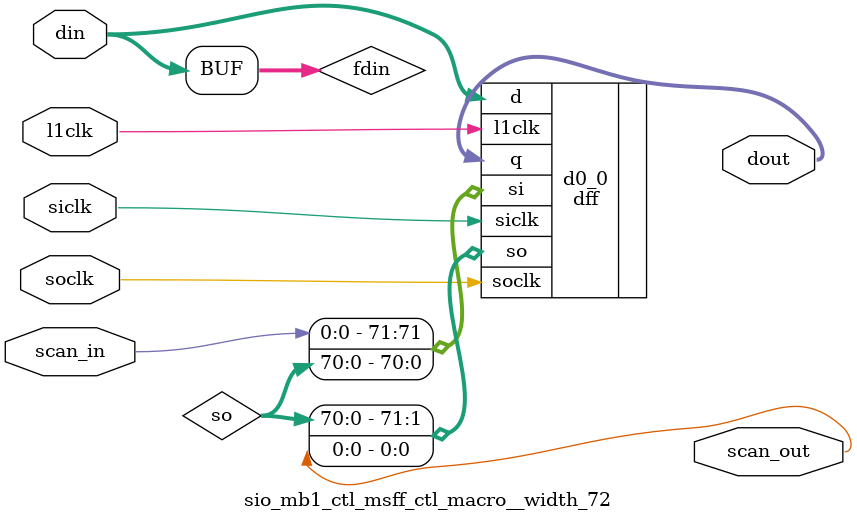
<source format=v>
module sio_mb1_ctl (
  sio_mb1_run, 
  sio_mb1_addr, 
  sio_mb1_wdata, 
  sio_mb1_opddq00_wr_en, 
  sio_mb1_opddq00_rd_en, 
  sio_mb1_opddq01_wr_en, 
  sio_mb1_opddq01_rd_en, 
  sio_mb1_opddq10_wr_en, 
  sio_mb1_opddq10_rd_en, 
  sio_mb1_opddq11_wr_en, 
  sio_mb1_opddq11_rd_en, 
  sio_mb1_opdhq0_wr_en, 
  sio_mb1_opdhq0_rd_en, 
  sio_mb1_opdhq1_wr_en, 
  sio_mb1_opdhq1_rd_en, 
  sio_mb1_opdhq_sel, 
  sio_mb1_opddq0_sel, 
  sio_mb1_opddq1_sel, 
  sio_mb1_done, 
  sio_mb1_fail, 
  scan_out, 
  iol2clk, 
  tcu_scan_en, 
  scan_in, 
  tcu_aclk, 
  tcu_bclk, 
  tcu_pce_ov, 
  tcu_clk_stop, 
  tcu_sio_mb1_start, 
  sio_mb1_bisi_mode, 
  sio_mb1_user_mode, 
  opd0_read_data, 
  opd1_read_data);
wire se;
wire siclk;
wire soclk;
wire pce_ov;
wire stop;
wire l1clk;
wire config_reg_scanin;
wire config_reg_scanout;
wire [7:0] config_in;
wire [7:0] config_out;
wire start_transition;
wire reset_engine;
wire mbist_user_loop_mode;
wire mbist_done;
wire run;
wire bisi;
wire user_mode;
wire user_data_mode;
wire user_addr_mode;
wire user_loop_mode;
wire ten_n_mode;
wire mbist_user_data_mode;
wire mbist_user_addr_mode;
wire mbist_ten_n_mode;
wire user_data_reg_scanin;
wire user_data_reg_scanout;
wire [7:0] user_data_in;
wire [7:0] user_data_out;
wire user_start_addr_reg_scanin;
wire user_start_addr_reg_scanout;
wire [5:0] user_start_addr_in;
wire [5:0] user_start_addr;
wire user_stop_addr_reg_scanin;
wire user_stop_addr_reg_scanout;
wire [5:0] user_stop_addr_in;
wire [5:0] user_stop_addr;
wire user_incr_addr_reg_scanin;
wire user_incr_addr_reg_scanout;
wire [5:0] user_incr_addr_in;
wire [5:0] user_incr_addr;
wire user_array_sel_reg_scanin;
wire user_array_sel_reg_scanout;
wire [2:0] user_array_sel_in;
wire [2:0] user_array_sel;
wire user_bisi_wr_reg_scanin;
wire user_bisi_wr_reg_scanout;
wire user_bisi_wr_mode_in;
wire user_bisi_wr_mode;
wire user_bisi_rd_reg_scanin;
wire user_bisi_rd_reg_scanout;
wire user_bisi_rd_mode_in;
wire user_bisi_rd_mode;
wire mbist_user_bisi_wr_mode;
wire mbist_user_bisi_wr_rd_mode;
wire start_transition_reg_scanin;
wire start_transition_reg_scanout;
wire start_transition_piped;
wire run_reg_scanin;
wire run_reg_scanout;
wire counter_reg_scanin;
wire counter_reg_scanout;
wire [3:0] counter_in;
wire [3:0] counter_out;
wire cycle16;
wire run_piped16;
wire msb;
wire addr_reg_scanin;
wire addr_reg_scanout;
wire [5:0] mbist_address;
wire wdata_reg_scanin;
wire wdata_reg_scanout;
wire [7:0] mbist_wdata;
wire wr_rd_en_reg0_scanin;
wire wr_rd_en_reg0_scanout;
wire mbist_opddq00_wr_en;
wire mbist_opddq00_rd_en;
wire wr_rd_en_reg1_scanin;
wire wr_rd_en_reg1_scanout;
wire mbist_opddq01_wr_en;
wire mbist_opddq01_rd_en;
wire wr_rd_en_reg2_scanin;
wire wr_rd_en_reg2_scanout;
wire mbist_opddq10_wr_en;
wire mbist_opddq10_rd_en;
wire wr_rd_en_reg3_scanin;
wire wr_rd_en_reg3_scanout;
wire mbist_opddq11_wr_en;
wire mbist_opddq11_rd_en;
wire wr_rd_en_reg4_scanin;
wire wr_rd_en_reg4_scanout;
wire mbist_opdhq0_wr_en;
wire mbist_opdhq0_rd_en;
wire wr_rd_en_reg5_scanin;
wire wr_rd_en_reg5_scanout;
wire mbist_opdhq1_wr_en;
wire mbist_opdhq1_rd_en;
wire sel_reg_scanin;
wire sel_reg_scanout;
wire mbist_opdhq_sel;
wire mbist_opddq0_sel;
wire mbist_opddq1_sel;
wire done_reg_scanin;
wire done_reg_scanout;
wire new_fail_reg_scanin;
wire new_fail_reg_scanout;
wire fail;
wire control_reg_scanin;
wire control_reg_scanout;
wire [20:0] control_in;
wire [20:0] control_out;
wire bisi_wr_rd;
wire [2:0] array_sel;
wire [1:0] data_control;
wire address_mix;
wire [3:0] march_element;
wire [5:0] array_address;
wire upaddress_march;
wire [2:0] read_write_control;
wire five_cycle_march;
wire one_cycle_march;
wire increment_addr;
wire [5:0] start_addr;
wire [5:0] next_array_address;
wire next_upaddr_march;
wire next_downaddr_march;
wire [5:0] stop_addr;
wire [6:0] overflow_addr;
wire opdhq_sel;
wire [5:0] incr_addr;
wire overflow;
wire [6:0] compare_addr;
wire [5:0] add;
wire [5:0] adj_address;
wire increment_march_elem;
wire [2:0] next_array_sel;
wire [1:0] next_data_control;
wire next_address_mix;
wire [3:0] next_march_element;
wire array_write;
wire array_read;
wire true_data;
wire [7:0] data_pattern;
wire done_counter_reg_scanin;
wire done_counter_reg_scanout;
wire [2:0] done_counter_in;
wire [2:0] done_counter_out;
wire opddq00_sel;
wire opddq10_sel;
wire opddq01_sel;
wire opddq11_sel;
wire opdhq0_sel;
wire opdhq1_sel;
wire opd1_or_opd0_sel;
wire opddq0_sel;
wire opddq1_sel;
wire data_pipe_reg1_scanin;
wire data_pipe_reg1_scanout;
wire [7:0] data_pipe_reg1_in;
wire [7:0] data_pipe_out1;
wire data_pipe_reg2_scanin;
wire data_pipe_reg2_scanout;
wire [7:0] data_pipe_reg2_in;
wire [7:0] data_pipe_out2;
wire data_pipe_reg3_scanin;
wire data_pipe_reg3_scanout;
wire [7:0] data_pipe_reg3_in;
wire [7:0] data_pipe_out3;
wire [7:0] sio_opd_piped_wdata;
wire ren_pipe_reg1_scanin;
wire ren_pipe_reg1_scanout;
wire ren_pipe_reg1_in;
wire ren_pipe_out1;
wire ren_pipe_reg2_scanin;
wire ren_pipe_reg2_scanout;
wire ren_pipe_reg2_in;
wire ren_pipe_out2;
wire ren_pipe_reg3_scanin;
wire ren_pipe_reg3_scanout;
wire ren_pipe_reg3_in;
wire ren_pipe_out3;
wire ren_pipe_reg4_scanin;
wire ren_pipe_reg4_scanout;
wire ren_pipe_reg4_in;
wire ren_pipe_out4;
wire sio_opd_piped_ren;
wire opd_sel_reg1_scanin;
wire opd_sel_reg1_scanout;
wire opdhq_sel_reg1_in;
wire opddq0_sel_reg1_in;
wire opddq1_sel_reg1_in;
wire opdhq_sel_reg1_out;
wire opddq0_sel_reg1_out;
wire opddq1_sel_reg1_out;
wire opd_sel_reg2_scanin;
wire opd_sel_reg2_scanout;
wire opdhq_sel_reg2_in;
wire opddq0_sel_reg2_in;
wire opddq1_sel_reg2_in;
wire opdhq_sel_reg2_out;
wire opddq0_sel_reg2_out;
wire opddq1_sel_reg2_out;
wire opd_sel_reg4_scanin;
wire opd_sel_reg4_scanout;
wire opdhq_sel_reg4_in;
wire opddq0_sel_reg4_in;
wire opddq1_sel_reg4_in;
wire opdhq_sel_reg4_out;
wire opddq0_sel_reg4_out;
wire opddq1_sel_reg4_out;
wire sio_mb1_opdhq_sel_piped;
wire sio_mb1_opddq0_sel_piped;
wire sio_mb1_opddq1_sel_piped;
wire opd1or0_sel_reg1_scanin;
wire opd1or0_sel_reg1_scanout;
wire opd1or0_sel_reg1_in;
wire opd1or0_sel_out1;
wire opd1or0_sel_reg2_scanin;
wire opd1or0_sel_reg2_scanout;
wire opd1or0_sel_reg2_in;
wire opd1or0_sel_out2;
wire opd1or0_sel_reg3_scanin;
wire opd1or0_sel_reg3_scanout;
wire opd1or0_sel_reg3_in;
wire opd1or0_sel_out3;
wire opd1or0_sel_reg4_scanin;
wire opd1or0_sel_reg4_scanout;
wire opd1or0_sel_reg4_in;
wire opd1or0_sel_out4;
wire sio_mb1_opd1_or_opd0_sel;
wire sio_mb1_opd1_or_opd0_sel_piped;
wire opddq00_sel_piped;
wire opddq01_sel_piped;
wire opddq10_sel_piped;
wire opddq11_sel_piped;
wire opdhq0_sel_piped;
wire opdhq1_sel_piped;
wire spares_scanin;
wire spares_scanout;
wire read_data_pipe_reg_scanin;
wire read_data_pipe_reg_scanout;
wire [71:0] opd1_or_opd0_read_data;
wire [71:0] read_data_pipe;
wire fail_reg_scanin;
wire fail_reg_scanout;
wire [5:0] fail_reg_in;
wire [5:0] fail_reg_out;
wire qual_sio_opdhq1_fail;
wire qual_sio_opddq11_fail;
wire qual_sio_opddq10_fail;
wire qual_sio_opdhq0_fail;
wire qual_sio_opddq01_fail;
wire qual_sio_opddq00_fail;
wire fail_detect;



   output 	      sio_mb1_run;

   output [5:0]	  sio_mb1_addr;
   output [7:0]   sio_mb1_wdata;

   output     	  sio_mb1_opddq00_wr_en;
   output 	      sio_mb1_opddq00_rd_en;
   
   output     	  sio_mb1_opddq01_wr_en;
   output 	      sio_mb1_opddq01_rd_en;
   
   output     	  sio_mb1_opddq10_wr_en;
   output 	      sio_mb1_opddq10_rd_en;
   
   output     	  sio_mb1_opddq11_wr_en;
   output 	      sio_mb1_opddq11_rd_en;
   
   output     	  sio_mb1_opdhq0_wr_en;
   output 	      sio_mb1_opdhq0_rd_en;
   
   output     	  sio_mb1_opdhq1_wr_en;
   output 	      sio_mb1_opdhq1_rd_en;

   output         sio_mb1_opdhq_sel; 
   output         sio_mb1_opddq0_sel; 
   output         sio_mb1_opddq1_sel; 
   
   output         sio_mb1_done;
   output         sio_mb1_fail;
   output     	  scan_out;

   input          iol2clk;
   input 	      tcu_scan_en;
   input     	  scan_in;
   input     	  tcu_aclk;
   input 	      tcu_bclk; 
   input 	      tcu_pce_ov;
   input 	      tcu_clk_stop;

   input          tcu_sio_mb1_start;
   input          sio_mb1_bisi_mode;
   input          sio_mb1_user_mode;


   input [71:0]   opd0_read_data;
   input [71:0]   opd1_read_data;


   
   ///////////////////////////////////////
   // Scan chain connections            
   ///////////////////////////////////////
   // scan renames
   assign 	  se = tcu_scan_en;
   assign 	  siclk = tcu_aclk;
   assign 	  soclk = tcu_bclk;
   assign 	  pce_ov = tcu_pce_ov;
   assign 	  stop = tcu_clk_stop;
   // end scan

   sio_mb1_ctl_l1clkhdr_ctl_macro clkgen (
			      .l2clk  (iol2clk  ),
			      .l1en   (1'b1 ),
			      .l1clk  (l1clk),
  .pce_ov(pce_ov),
  .stop(stop),
  .se(se)
			      );



// /////////////////////////////////////////////////////////////////////////////
//
// MBIST Config Register
//
// /////////////////////////////////////////////////////////////////////////////
//
// A low to high transition on mbist_start will reset and start the engine.  
// mbist_start must remain active high for the duration of MBIST.  
// If mbist_start deasserts the engine will stop but not reset.
// Once MBIST has completed mbist_done will assert and the fail status
// signals will be valid.  
// To run MBIST again the mbist_start signal must transition low then high.
//
// Loop on Address will disable the address mix function.
//
// /////////////////////////////////////////////////////////////////////////////


  sio_mb1_ctl_msff_ctl_macro__width_8 config_reg  (
               .scan_in(config_reg_scanin),
               .scan_out(config_reg_scanout),
               .din      ( config_in[7:0]       ),
               .dout     ( config_out[7:0]      ),
  .l1clk(l1clk),
  .siclk(siclk),
  .soclk(soclk));


  assign config_in[0]        =    tcu_sio_mb1_start;
  assign config_in[1]        =    config_out[0];
  assign start_transition    =    config_out[0]      &  ~config_out[1];
  assign reset_engine        =    start_transition   |  (mbist_user_loop_mode  &  mbist_done);
//  assign run                 =    config_out[1]      &  (mbist_user_loop_mode | ~mbist_done);
  assign run                 =    config_out[0] & config_out[1]; // 9/19/05 run to follow start only!

  assign config_in[2]        =    start_transition   ?   sio_mb1_bisi_mode:      config_out[2];
  assign bisi                =    config_out[2];

  assign config_in[3]        =    start_transition   ?   sio_mb1_user_mode:      config_out[3];
  assign user_mode           =    config_out[3];

  assign config_in[4]        =    config_out[4];
  assign user_data_mode      =    config_out[4];

  assign config_in[5]        =    config_out[5];
  assign user_addr_mode      =    config_out[5];

  assign config_in[6]        =    config_out[6];
  assign user_loop_mode      =    config_out[6];

  assign config_in[7]        =    config_out[7];
  assign ten_n_mode          =    config_out[7];


  assign mbist_user_data_mode =   user_mode & user_data_mode;
  assign mbist_user_addr_mode =   user_mode & user_addr_mode;
  assign mbist_user_loop_mode =   user_mode & user_loop_mode;
  assign mbist_ten_n_mode     =   user_mode & ten_n_mode;


  sio_mb1_ctl_msff_ctl_macro__width_8 user_data_reg  (
                 .scan_in(user_data_reg_scanin),
                 .scan_out(user_data_reg_scanout),
                 .din      ( user_data_in[7:0]       ),
                 .dout     ( user_data_out[7:0]      ),
  .l1clk(l1clk),
  .siclk(siclk),
  .soclk(soclk));


  assign user_data_in[7:0]    =    user_data_out[7:0];


// Defining User start, stop, and increment addresses.

  sio_mb1_ctl_msff_ctl_macro__width_6 user_start_addr_reg  (
                 .scan_in(user_start_addr_reg_scanin),
                 .scan_out(user_start_addr_reg_scanout),
                 .din      ( user_start_addr_in[5:0]  ),
                 .dout     ( user_start_addr[5:0] ),
  .l1clk(l1clk),
  .siclk(siclk),
  .soclk(soclk));

  assign user_start_addr_in[5:0]   =    user_start_addr[5:0];

  sio_mb1_ctl_msff_ctl_macro__width_6 user_stop_addr_reg  (
                 .scan_in(user_stop_addr_reg_scanin),
                 .scan_out(user_stop_addr_reg_scanout),
                 .din      ( user_stop_addr_in[5:0]  ),
                 .dout     ( user_stop_addr[5:0] ),
  .l1clk(l1clk),
  .siclk(siclk),
  .soclk(soclk));

  assign user_stop_addr_in[5:0]   =    user_stop_addr[5:0];


  sio_mb1_ctl_msff_ctl_macro__width_6 user_incr_addr_reg  (
                 .scan_in(user_incr_addr_reg_scanin),
                 .scan_out(user_incr_addr_reg_scanout),
                 .din      ( user_incr_addr_in[5:0]  ),
                 .dout     ( user_incr_addr[5:0] ),
  .l1clk(l1clk),
  .siclk(siclk),
  .soclk(soclk));

  assign user_incr_addr_in[5:0]   =    user_incr_addr[5:0];

// Defining User array_sel.

  sio_mb1_ctl_msff_ctl_macro__width_3 user_array_sel_reg  (
                 .scan_in(user_array_sel_reg_scanin),
                 .scan_out(user_array_sel_reg_scanout),
                 .din      ( user_array_sel_in[2:0]  ),
                 .dout     ( user_array_sel[2:0] ),
  .l1clk(l1clk),
  .siclk(siclk),
  .soclk(soclk));

  assign user_array_sel_in[2:0]   =    user_array_sel[2:0];

// Defining user_bisi write and read registers

  sio_mb1_ctl_msff_ctl_macro__width_1 user_bisi_wr_reg  (
                 .scan_in(user_bisi_wr_reg_scanin),
                 .scan_out(user_bisi_wr_reg_scanout),
                 .din      ( user_bisi_wr_mode_in  ),
                 .dout     ( user_bisi_wr_mode ),
  .l1clk(l1clk),
  .siclk(siclk),
  .soclk(soclk));

  assign user_bisi_wr_mode_in     =    user_bisi_wr_mode;

  sio_mb1_ctl_msff_ctl_macro__width_1 user_bisi_rd_reg  (
                 .scan_in(user_bisi_rd_reg_scanin),
                 .scan_out(user_bisi_rd_reg_scanout),
                 .din      ( user_bisi_rd_mode_in  ),
                 .dout     ( user_bisi_rd_mode ),
  .l1clk(l1clk),
  .siclk(siclk),
  .soclk(soclk));

  assign user_bisi_rd_mode_in     =    user_bisi_rd_mode;

  assign mbist_user_bisi_wr_mode  =    user_mode & bisi & user_bisi_wr_mode & ~user_bisi_rd_mode;
//  assign mbist_user_bisi_rd_mode  =    user_mode & bisi & user_bisi_rd_mode & ~user_bisi_wr_mode;

  assign mbist_user_bisi_wr_rd_mode =   user_mode & bisi & 
                                      ((user_bisi_wr_mode & user_bisi_rd_mode) |
                                       (~user_bisi_wr_mode & ~user_bisi_rd_mode));

////////////////////////////////////////////////////////////////////////////////
// Piping start_transition 
////////////////////////////////////////////////////////////////////////////////

  sio_mb1_ctl_msff_ctl_macro__width_1 start_transition_reg  (
               .scan_in(start_transition_reg_scanin),
               .scan_out(start_transition_reg_scanout),
               .din      ( start_transition ),
               .dout     ( start_transition_piped ),
  .l1clk(l1clk),
  .siclk(siclk),
  .soclk(soclk));


////////////////////////////////////////////////////////////////////////////////
// Staging run for 16 cycles for mbist engines supporting async FIFO's
////////////////////////////////////////////////////////////////////////////////
  
  sio_mb1_ctl_msff_ctl_macro__width_1 run_reg  (
               .scan_in(run_reg_scanin),
               .scan_out(run_reg_scanout),
               .din      ( run ),
               .dout     ( sio_mb1_run ),
  .l1clk(l1clk),
  .siclk(siclk),
  .soclk(soclk));

  sio_mb1_ctl_msff_ctl_macro__width_4 counter_reg  (
               .scan_in(counter_reg_scanin),
               .scan_out(counter_reg_scanout),
               .din      ( counter_in[3:0]       ),
               .dout     ( counter_out[3:0]      ),
  .l1clk(l1clk),
  .siclk(siclk),
  .soclk(soclk));

  assign cycle16 = (&counter_out[3:0] == 1'b1);
  assign counter_in[3:0] = reset_engine         ?   4'b0:    
                            run & ~cycle16      ?   counter_out[3:0] + 4'b0001:
                                                    counter_out[3:0];

//  assign run_piped16 = cycle16 & run; // As soon as run goes low, mbist operation is done!                                                
  assign run_piped16 = config_out[0] & cycle16 & ~msb; // As soon as run goes low, mbist operation is done!                                                

////////////////////////////////////////////////////////////////////////////////
// Creating flop boundaries for the outputs of the mbist
////////////////////////////////////////////////////////////////////////////////

  sio_mb1_ctl_msff_ctl_macro__width_6 addr_reg  (
               .scan_in(addr_reg_scanin),
               .scan_out(addr_reg_scanout),
               .din      ( mbist_address[5:0]       ),
               .dout     ( sio_mb1_addr[5:0]      ),
  .l1clk(l1clk),
  .siclk(siclk),
  .soclk(soclk));

  sio_mb1_ctl_msff_ctl_macro__width_8 wdata_reg  (
               .scan_in(wdata_reg_scanin),
               .scan_out(wdata_reg_scanout),
               .din      ( mbist_wdata[7:0]       ),
               .dout     ( sio_mb1_wdata[7:0]      ),
  .l1clk(l1clk),
  .siclk(siclk),
  .soclk(soclk));

  sio_mb1_ctl_msff_ctl_macro__width_2 wr_rd_en_reg0  (
               .scan_in(wr_rd_en_reg0_scanin),
               .scan_out(wr_rd_en_reg0_scanout),
               .din      ( {mbist_opddq00_wr_en, mbist_opddq00_rd_en  }       ),
               .dout     ( {sio_mb1_opddq00_wr_en, sio_mb1_opddq00_rd_en  }     ),
  .l1clk(l1clk),
  .siclk(siclk),
  .soclk(soclk));

  sio_mb1_ctl_msff_ctl_macro__width_2 wr_rd_en_reg1  (
               .scan_in(wr_rd_en_reg1_scanin),
               .scan_out(wr_rd_en_reg1_scanout),
               .din      ( {mbist_opddq01_wr_en, mbist_opddq01_rd_en }       ),
               .dout     ( {sio_mb1_opddq01_wr_en, sio_mb1_opddq01_rd_en }     ),
  .l1clk(l1clk),
  .siclk(siclk),
  .soclk(soclk));

  sio_mb1_ctl_msff_ctl_macro__width_2 wr_rd_en_reg2  (
               .scan_in(wr_rd_en_reg2_scanin),
               .scan_out(wr_rd_en_reg2_scanout),
               .din      ( {mbist_opddq10_wr_en, mbist_opddq10_rd_en }       ),
               .dout     ( { sio_mb1_opddq10_wr_en, sio_mb1_opddq10_rd_en }     ),
  .l1clk(l1clk),
  .siclk(siclk),
  .soclk(soclk));

  sio_mb1_ctl_msff_ctl_macro__width_2 wr_rd_en_reg3  (
               .scan_in(wr_rd_en_reg3_scanin),
               .scan_out(wr_rd_en_reg3_scanout),
               .din      ( {mbist_opddq11_wr_en, mbist_opddq11_rd_en }       ),
               .dout     ( { sio_mb1_opddq11_wr_en, sio_mb1_opddq11_rd_en }     ),
  .l1clk(l1clk),
  .siclk(siclk),
  .soclk(soclk));

  sio_mb1_ctl_msff_ctl_macro__width_2 wr_rd_en_reg4  (
               .scan_in(wr_rd_en_reg4_scanin),
               .scan_out(wr_rd_en_reg4_scanout),
               .din      ( {mbist_opdhq0_wr_en, mbist_opdhq0_rd_en}       ),
               .dout     ( {sio_mb1_opdhq0_wr_en, sio_mb1_opdhq0_rd_en}     ),
  .l1clk(l1clk),
  .siclk(siclk),
  .soclk(soclk));

  sio_mb1_ctl_msff_ctl_macro__width_2 wr_rd_en_reg5  (
               .scan_in(wr_rd_en_reg5_scanin),
               .scan_out(wr_rd_en_reg5_scanout),
               .din      ( {mbist_opdhq1_wr_en, mbist_opdhq1_rd_en }       ),
               .dout     ( {sio_mb1_opdhq1_wr_en, sio_mb1_opdhq1_rd_en }     ),
  .l1clk(l1clk),
  .siclk(siclk),
  .soclk(soclk));


  sio_mb1_ctl_msff_ctl_macro__width_3 sel_reg  (
               .scan_in(sel_reg_scanin),
               .scan_out(sel_reg_scanout),
               .din      ( { mbist_opdhq_sel, mbist_opddq0_sel, mbist_opddq1_sel }    ),
               .dout     ( { sio_mb1_opdhq_sel, sio_mb1_opddq0_sel, sio_mb1_opddq1_sel }    ),
  .l1clk(l1clk),
  .siclk(siclk),
  .soclk(soclk));

  sio_mb1_ctl_msff_ctl_macro__width_1 done_reg  (
               .scan_in(done_reg_scanin),
               .scan_out(done_reg_scanout),
               .din      ( mbist_done    ),
               .dout     (  sio_mb1_done    ),
  .l1clk(l1clk),
  .siclk(siclk),
  .soclk(soclk));

  sio_mb1_ctl_msff_ctl_macro__width_1 new_fail_reg  (
               .scan_in(new_fail_reg_scanin),
               .scan_out(new_fail_reg_scanout),
               .din      ( fail    ),
               .dout     (  sio_mb1_fail    ),
  .l1clk(l1clk),
  .siclk(siclk),
  .soclk(soclk));



// /////////////////////////////////////////////////////////////////////////////
//
// MBIST Control Register
//
// /////////////////////////////////////////////////////////////////////////////
// Remove Address mix disable before delivery
// /////////////////////////////////////////////////////////////////////////////

   sio_mb1_ctl_msff_ctl_macro__width_21 control_reg  (
                      .scan_in(control_reg_scanin),
                      .scan_out(control_reg_scanout),
                      .din   ( control_in[20:0]           ),
                      .dout  ( control_out[20:0]          ),
  .l1clk(l1clk),
  .siclk(siclk),
  .soclk(soclk));

  assign   msb                       =     control_out[20];
  assign   bisi_wr_rd     = (bisi & ~user_mode) | mbist_user_bisi_wr_rd_mode ? control_out[19] : 1'b1;
  assign   array_sel[2:0]            =     user_mode           ?  user_array_sel[2:0] : control_out[18:16];
  assign   data_control[1:0]         =     control_out[15:14];
  assign   address_mix               = (bisi | mbist_user_addr_mode) ?  1'b0:   control_out[13];
  assign   march_element[3:0]        =     control_out[12:9];
//  assign   array_address[5:0]        =     opdhq_sel           ?  {2'b11, control_out[6:3]} : control_out[8:3];
  assign   array_address[5:0]        =     upaddress_march     ?   control_out[8:3] : ~control_out[8:3];

  assign   read_write_control[2:0]   =     ~five_cycle_march   ?   {2'b11,  control_out[0]} :
                                                                   control_out[2:0];


  assign   control_in[2:0]           =     reset_engine        ?   3'b0:
                                          ~run_piped16         ?   control_out[2:0]:
     (five_cycle_march && (read_write_control[2:0] == 3'b100)) ?   3'b000:
      (one_cycle_march && (read_write_control[2:0] == 3'b110)) ?   3'b000:
                                                                   control_out[2:0]   +  3'b001;

  assign   increment_addr            =     (five_cycle_march && (read_write_control[2:0] == 3'b100)) || 
                                            (one_cycle_march && (read_write_control[2:0] == 3'b110)) ||
                                            (read_write_control[2:0] == 3'b111);

// start_transition_piped was added to have the correct start_addr at the start
// of mbist during user_addr_mode
  assign   control_in[8:3]  = start_transition_piped || reset_engine  ?  start_addr[5:0]:
                                    ~run_piped16 || ~increment_addr   ?  control_out[8:3]:
                                                                       next_array_address[5:0];

  assign   next_array_address[5:0]   =    next_upaddr_march      ?  start_addr[5:0]:
                                          next_downaddr_march    ?  ~stop_addr[5:0]:
                                                                    (overflow_addr[5:0]);     // array_addr + incr_addr
                                                                    
  assign   start_addr[5:0]           =    mbist_user_addr_mode   ?   user_start_addr[5:0]: 6'b000000;
  assign   stop_addr[5:0]            =    mbist_user_addr_mode   ?   user_stop_addr[5:0] : 
                                          opdhq_sel              ?   6'b001111           : 6'b111111;
  assign   incr_addr[5:0]            =    mbist_user_addr_mode   ?   user_incr_addr[5:0] : 6'b000001;

  assign   overflow_addr[6:0]        =    {1'b0,control_out[8:3]} + {1'b0,incr_addr[5:0]};
  assign   overflow                  =    compare_addr[6:0] < overflow_addr[6:0];

  assign   compare_addr[6:0]         =    upaddress_march       ?  {1'b0, stop_addr[5:0]} :
                                                                   {1'b0, ~start_addr[5:0]}; 


  assign   next_upaddr_march         =   ( (march_element[3:0] == 4'h0) || (march_element[3:0] == 4'h1) || 
                                           (march_element[3:0] == 4'h6) || (march_element[3:0] == 4'h5) || 
                                           (march_element[3:0] == 4'h8) ) && overflow; 
   
  assign   next_downaddr_march       =   ( (march_element[3:0] == 4'h2) || (march_element[3:0] == 4'h7) ||
                                           (march_element[3:0] == 4'h3) || (march_element[3:0] == 4'h4) ) && 
                                            overflow; 
   


   
  assign   add[5:0]                  =     five_cycle_march && ( (read_write_control[2:0] == 3'h1) || 
                                                                 (read_write_control[2:0] == 3'h3)) ?   
                                                                 adj_address[5:0]:    array_address[5:0];

  assign   adj_address[5:0]          =     { array_address[5:2], ~array_address[1], array_address[0] };  

// opd_data is 2 blks of 32 row each and opd_hdr is a blk of 16 rows.
  assign   mbist_address[5:0]        =     address_mix & opdhq_sel ?  {add[5],add[4],add[0],add[3],add[2],add[1]}:
                                           address_mix             ?  {add[0],add[5],add[4],add[3],add[2],add[1]}:
                                                                       add[5:0];

// Definition of the rest of the control register  

 assign   increment_march_elem      =     increment_addr && overflow;

 assign   control_in[20:9]          =     reset_engine        ?   12'b0:
                                         ~run_piped16         ?   control_out[20:9]:
                                           {msb, bisi_wr_rd, next_array_sel[2:0], next_data_control[1:0], next_address_mix, next_march_element[3:0]} + 
                                           {11'b0, increment_march_elem};                        


  assign   next_array_sel[2:0]       =     user_mode           ?   3'b111: 
           bisi & 
     (array_sel[2:0] == 3'b101) & (array_address == stop_addr) ?   3'b111:
   (array_sel[2:0] == 3'b101) & (data_control[1:0] == 2'b11) & 
   (next_address_mix == 1'b1) & (march_element[3:0] == 4'b1000) &
   (array_address == 6'b0) & (read_write_control[2:0] == 3'h4) ?   3'b111:  control_out[18:16]; 
  
  assign   next_data_control[1:0]    =     (bisi || (mbist_user_data_mode && (data_control[1:0] == 2'b00)))  ?   2'b11:
                                                                                                                 data_control[1:0];

  assign   next_address_mix          =     bisi | mbist_user_addr_mode ?  1'b1 : address_mix;

// Incorporated ten_n_mode!  
  assign   next_march_element[3:0]   =     ( bisi || 
                                             (mbist_ten_n_mode && (march_element[3:0] == 4'b0101)) || 
                                          ((march_element[3:0] == 4'b1000) && (read_write_control[2:0] == 3'b100)) ) 
                                            && overflow ?   4'b1111:  march_element[3:0];


  assign   array_write               =     ~run_piped16          ?    1'b0:
                                           five_cycle_march    ?  (read_write_control[2:0] == 3'h0) || 
                                                                  (read_write_control[2:0] == 3'h1) ||
                                                                  (read_write_control[2:0] == 3'h4): 
                        (~five_cycle_march & ~one_cycle_march) ?  read_write_control[0]:
     ( ((march_element[3:0] == 4'h0) & (~bisi || ~bisi_wr_rd || mbist_user_bisi_wr_mode)) || (march_element[3:0] == 4'h7));

  assign   array_read                =    ~array_write        &&  run_piped16;     //  &&  ~initialize;
//  assign   mbist_done                =     msb;

  assign   mbist_wdata[7:0]          =     true_data           ?   data_pattern[7:0]:      ~data_pattern[7:0];


  assign   five_cycle_march          =    (march_element[3:0] == 4'h6)    ||  (march_element[3:0] == 4'h8);
  assign   one_cycle_march           =    (march_element[3:0] == 4'h0)    ||  (march_element[3:0] == 4'h5) || 
                                          (march_element[3:0] == 4'h7);

  assign   upaddress_march           =    (march_element[3:0] == 4'h0)    ||  (march_element[3:0] == 4'h1) ||
                                          (march_element[3:0] == 4'h2)    ||  (march_element[3:0] == 4'h6) ||
                                          (march_element[3:0] == 4'h7);

//  assign   true_data                 =     read_write_control[1] ^ ~march_element[0];

  assign   true_data                 =     (five_cycle_march && (march_element[3:0] == 4'h6)) ? 
                                           ((read_write_control[2:0] == 3'h0) || (read_write_control[2:0] == 3'h2)):
                                           (five_cycle_march && (march_element[3:0] == 4'h8)) ? 
                                           ((read_write_control[2:0] == 3'h1) || 
                                            (read_write_control[2:0] == 3'h3) || (read_write_control[2:0] == 3'h4)):
                                            one_cycle_march   ?   (march_element[3:0] == 4'h7):
                                            ~(read_write_control[0] ^ march_element[0]);                                
                                                    
  
  assign   data_pattern[7:0]         =    (bisi & mbist_user_data_mode) ?   ~user_data_out[7:0]:
                                           mbist_user_data_mode         ?    user_data_out[7:0]:
                                           bisi                         ?    8'hFF:  // true_data function will invert to 8'h00
                                          (data_control[1:0] == 2'h0)   ?    8'hAA:
                                          (data_control[1:0] == 2'h1)   ?    8'h99:
                                          (data_control[1:0] == 2'h2)   ?    8'hCC:
                                                                             8'h00;

 
/////////////////////////////////////////////////////////////////////////
// Creating the mbist_done signal
/////////////////////////////////////////////////////////////////////////
// Delaying mbist_done 8 clock signals after msb going high, to provide
// a generic solution for done going high after the last fail has come back!

  sio_mb1_ctl_msff_ctl_macro__width_3 done_counter_reg  (
               .scan_in(done_counter_reg_scanin),
               .scan_out(done_counter_reg_scanout),
               .din      ( done_counter_in[2:0]       ),
               .dout     ( done_counter_out[2:0]      ),
  .l1clk(l1clk),
  .siclk(siclk),
  .soclk(soclk));

// config_out[1] is AND'ed to force mbist_done low 2 cycles after mbist_start
// goes low.  

  assign mbist_done = (&done_counter_out[2:0] == 1'b1) & config_out[1];
  assign done_counter_in[2:0] = reset_engine       ?   3'b000:    
                 msb & ~mbist_done & config_out[1] ?   done_counter_out[2:0] + 3'b001:
                                                       done_counter_out[2:0];

  
/////////////////////////////////////////////////////////////////////////
// Creating the select lines.
/////////////////////////////////////////////////////////////////////////
// array_sel[0] is to select between opd0 or opd1 (0: opd0; 1:opd1)

  assign   opddq00_sel               =    ~array_sel[2] & ~array_sel[1] & ~array_sel[0];
  assign   opddq10_sel               =    ~array_sel[2] & ~array_sel[1] &  array_sel[0];

  assign   opddq01_sel               =    ~array_sel[2] &  array_sel[1] & ~array_sel[0];
  assign   opddq11_sel               =    ~array_sel[2] &  array_sel[1] &  array_sel[0];

  assign   opdhq0_sel                =     array_sel[2] & ~array_sel[1] & ~array_sel[0];
  assign   opdhq1_sel                =     array_sel[2] & ~array_sel[1] &  array_sel[0];

  assign   opd1_or_opd0_sel          =     array_sel[0]; // 0: opd0; 1:opd1

  assign   opdhq_sel                 =     array_sel[2] & ~array_sel[1];
  assign   opddq0_sel                =    ~array_sel[2] & ~array_sel[1];
  assign   opddq1_sel                =    ~array_sel[2] &  array_sel[1];

// rd_en and wr_en

  assign   mbist_opddq00_rd_en       =     opddq00_sel && array_read;
  assign   mbist_opddq00_wr_en       =     opddq00_sel &&  array_write;

  assign   mbist_opddq01_rd_en       =     opddq01_sel && array_read;
  assign   mbist_opddq01_wr_en       =     opddq01_sel &&  array_write;

  assign   mbist_opddq10_rd_en       =     opddq10_sel && array_read;
  assign   mbist_opddq10_wr_en       =     opddq10_sel &&  array_write;

  assign   mbist_opddq11_rd_en       =     opddq11_sel && array_read;
  assign   mbist_opddq11_wr_en       =     opddq11_sel &&  array_write;

  assign   mbist_opdhq0_rd_en        =     opdhq0_sel && array_read;
  assign   mbist_opdhq0_wr_en        =     opdhq0_sel &&  array_write;

  assign   mbist_opdhq1_rd_en        =     opdhq1_sel && array_read;
  assign   mbist_opdhq1_wr_en        =     opdhq1_sel &&  array_write;


// /////////////////////////////////////////////////////////////////////////////
// Pipeline for Address, wdata, and Read_en
// /////////////////////////////////////////////////////////////////////////////

// Adding proper pipe stages for wdata  
  sio_mb1_ctl_msff_ctl_macro__width_8  data_pipe_reg1 (
               .scan_in(data_pipe_reg1_scanin),
               .scan_out(data_pipe_reg1_scanout),
               .din        ( data_pipe_reg1_in[7:0]  ),
               .dout       ( data_pipe_out1[7:0]     ),
  .l1clk(l1clk),
  .siclk(siclk),
  .soclk(soclk));

  sio_mb1_ctl_msff_ctl_macro__width_8  data_pipe_reg2 (
               .scan_in(data_pipe_reg2_scanin),
               .scan_out(data_pipe_reg2_scanout),
               .din        ( data_pipe_reg2_in[7:0]  ),
               .dout       ( data_pipe_out2[7:0]     ),
  .l1clk(l1clk),
  .siclk(siclk),
  .soclk(soclk));

  sio_mb1_ctl_msff_ctl_macro__width_8  data_pipe_reg3 (
               .scan_in(data_pipe_reg3_scanin),
               .scan_out(data_pipe_reg3_scanout),
               .din        ( data_pipe_reg3_in[7:0]  ),
               .dout       ( data_pipe_out3[7:0]     ),
  .l1clk(l1clk),
  .siclk(siclk),
  .soclk(soclk));

  assign data_pipe_reg1_in[7:0]   =  reset_engine    ?    8'h00:      sio_mb1_wdata[7:0];
  assign data_pipe_reg2_in[7:0]   =  reset_engine    ?    8'h00:      data_pipe_out1[7:0];
  assign data_pipe_reg3_in[7:0]   =  reset_engine    ?    8'h00:      data_pipe_out2[7:0];

  assign sio_opd_piped_wdata[7:0]  =  data_pipe_out3[7:0];

// Adding proper pipe stages for read_en
  sio_mb1_ctl_msff_ctl_macro__width_1  ren_pipe_reg1 (
               .scan_in(ren_pipe_reg1_scanin),
               .scan_out(ren_pipe_reg1_scanout),
               .din        ( ren_pipe_reg1_in  ),
               .dout       ( ren_pipe_out1     ),
  .l1clk(l1clk),
  .siclk(siclk),
  .soclk(soclk));

  sio_mb1_ctl_msff_ctl_macro__width_1  ren_pipe_reg2 (
               .scan_in(ren_pipe_reg2_scanin),
               .scan_out(ren_pipe_reg2_scanout),
               .din        ( ren_pipe_reg2_in  ),
               .dout       ( ren_pipe_out2     ),
  .l1clk(l1clk),
  .siclk(siclk),
  .soclk(soclk));

  sio_mb1_ctl_msff_ctl_macro__width_1  ren_pipe_reg3 (
               .scan_in(ren_pipe_reg3_scanin),
               .scan_out(ren_pipe_reg3_scanout),
               .din        ( ren_pipe_reg3_in  ),
               .dout       ( ren_pipe_out3     ),
  .l1clk(l1clk),
  .siclk(siclk),
  .soclk(soclk));

  sio_mb1_ctl_msff_ctl_macro__width_1  ren_pipe_reg4 (
               .scan_in(ren_pipe_reg4_scanin),
               .scan_out(ren_pipe_reg4_scanout),
               .din        ( ren_pipe_reg4_in  ),
               .dout       ( ren_pipe_out4     ),
  .l1clk(l1clk),
  .siclk(siclk),
  .soclk(soclk));

  assign ren_pipe_reg1_in   =  reset_engine    ?    1'b0:      array_read;
  assign ren_pipe_reg2_in   =  reset_engine    ?    1'b0:      ren_pipe_out1;
  assign ren_pipe_reg3_in   =  reset_engine    ?    1'b0:      ren_pipe_out2;
  assign ren_pipe_reg4_in   =  reset_engine    ?    1'b0:      ren_pipe_out3;
  assign sio_opd_piped_ren  =  ren_pipe_out4;


//Defining array_sel

  sio_mb1_ctl_msff_ctl_macro__width_3 opd_sel_reg1  (
               .scan_in(opd_sel_reg1_scanin),
               .scan_out(opd_sel_reg1_scanout),
               .din      ( { opdhq_sel_reg1_in, opddq0_sel_reg1_in, opddq1_sel_reg1_in }    ),
               .dout     ( { opdhq_sel_reg1_out, opddq0_sel_reg1_out, opddq1_sel_reg1_out }    ),
  .l1clk(l1clk),
  .siclk(siclk),
  .soclk(soclk));

  sio_mb1_ctl_msff_ctl_macro__width_3 opd_sel_reg2  (
               .scan_in(opd_sel_reg2_scanin),
               .scan_out(opd_sel_reg2_scanout),
               .din      ( { opdhq_sel_reg2_in, opddq0_sel_reg2_in, opddq1_sel_reg2_in }    ),
               .dout     ( { opdhq_sel_reg2_out, opddq0_sel_reg2_out, opddq1_sel_reg2_out }    ),
  .l1clk(l1clk),
  .siclk(siclk),
  .soclk(soclk));

  assign opdhq_sel_reg1_in  =  reset_engine    ?    1'b0:      opdhq_sel;
  assign opdhq_sel_reg2_in  =  reset_engine    ?    1'b0:      opdhq_sel_reg1_out;
  assign mbist_opdhq_sel    =  opdhq_sel_reg2_out;

  assign opddq0_sel_reg1_in  =  reset_engine    ?    1'b0:      opddq0_sel;
  assign opddq0_sel_reg2_in  =  reset_engine    ?    1'b0:      opddq0_sel_reg1_out;
  assign mbist_opddq0_sel    =  opddq0_sel_reg2_out;

  assign opddq1_sel_reg1_in  =  reset_engine    ?    1'b0:      opddq1_sel;
  assign opddq1_sel_reg2_in  =  reset_engine    ?    1'b0:      opddq1_sel_reg1_out;
  assign mbist_opddq1_sel    =  opddq1_sel_reg2_out;

  sio_mb1_ctl_msff_ctl_macro__width_3 opd_sel_reg4  (
               .scan_in(opd_sel_reg4_scanin),
               .scan_out(opd_sel_reg4_scanout),
               .din      ( { opdhq_sel_reg4_in, opddq0_sel_reg4_in, opddq1_sel_reg4_in }    ),
               .dout     ( { opdhq_sel_reg4_out, opddq0_sel_reg4_out, opddq1_sel_reg4_out }    ),
  .l1clk(l1clk),
  .siclk(siclk),
  .soclk(soclk));

  assign opdhq_sel_reg4_in   =  reset_engine    ?    1'b0:      sio_mb1_opdhq_sel;
  assign opddq0_sel_reg4_in  =  reset_engine    ?    1'b0:      sio_mb1_opddq0_sel;
  assign opddq1_sel_reg4_in  =  reset_engine    ?    1'b0:      sio_mb1_opddq1_sel;

  assign sio_mb1_opdhq_sel_piped    =  opdhq_sel_reg4_out;
  assign sio_mb1_opddq0_sel_piped   =  opddq0_sel_reg4_out;
  assign sio_mb1_opddq1_sel_piped   =  opddq1_sel_reg4_out;

//opd1_or_opd0_sel
  sio_mb1_ctl_msff_ctl_macro__width_1  opd1or0_sel_reg1 (
               .scan_in(opd1or0_sel_reg1_scanin),
               .scan_out(opd1or0_sel_reg1_scanout),
               .din        ( opd1or0_sel_reg1_in  ),
               .dout       ( opd1or0_sel_out1     ),
  .l1clk(l1clk),
  .siclk(siclk),
  .soclk(soclk));

  sio_mb1_ctl_msff_ctl_macro__width_1  opd1or0_sel_reg2 (
               .scan_in(opd1or0_sel_reg2_scanin),
               .scan_out(opd1or0_sel_reg2_scanout),
               .din        ( opd1or0_sel_reg2_in  ),
               .dout       ( opd1or0_sel_out2     ),
  .l1clk(l1clk),
  .siclk(siclk),
  .soclk(soclk));

  sio_mb1_ctl_msff_ctl_macro__width_1  opd1or0_sel_reg3 (
               .scan_in(opd1or0_sel_reg3_scanin),
               .scan_out(opd1or0_sel_reg3_scanout),
               .din        ( opd1or0_sel_reg3_in  ),
               .dout       ( opd1or0_sel_out3     ),
  .l1clk(l1clk),
  .siclk(siclk),
  .soclk(soclk));

  sio_mb1_ctl_msff_ctl_macro__width_1  opd1or0_sel_reg4 (
               .scan_in(opd1or0_sel_reg4_scanin),
               .scan_out(opd1or0_sel_reg4_scanout),
               .din        ( opd1or0_sel_reg4_in  ),
               .dout       ( opd1or0_sel_out4     ),
  .l1clk(l1clk),
  .siclk(siclk),
  .soclk(soclk));

  assign opd1or0_sel_reg1_in   =  reset_engine    ?    1'b0:      opd1_or_opd0_sel;
  assign opd1or0_sel_reg2_in   =  reset_engine    ?    1'b0:      opd1or0_sel_out1;
  assign opd1or0_sel_reg3_in   =  reset_engine    ?    1'b0:      opd1or0_sel_out2;
  assign opd1or0_sel_reg4_in   =  reset_engine    ?    1'b0:      opd1or0_sel_out3;

  assign sio_mb1_opd1_or_opd0_sel  =  opd1or0_sel_out3;
  assign sio_mb1_opd1_or_opd0_sel_piped  =  opd1or0_sel_out4;


  assign   opddq00_sel_piped   =    ~sio_mb1_opd1_or_opd0_sel_piped & sio_mb1_opddq0_sel_piped; 
  assign   opddq01_sel_piped   =    ~sio_mb1_opd1_or_opd0_sel_piped & sio_mb1_opddq1_sel_piped;

  assign   opddq10_sel_piped   =     sio_mb1_opd1_or_opd0_sel_piped & sio_mb1_opddq0_sel_piped; 
  assign   opddq11_sel_piped   =     sio_mb1_opd1_or_opd0_sel_piped & sio_mb1_opddq1_sel_piped;

  assign   opdhq0_sel_piped    =    ~sio_mb1_opd1_or_opd0_sel_piped & sio_mb1_opdhq_sel_piped;
  assign   opdhq1_sel_piped    =     sio_mb1_opd1_or_opd0_sel_piped & sio_mb1_opdhq_sel_piped;


// /////////////////////////////////////////////////////////////////////////////
// Spare gates
// /////////////////////////////////////////////////////////////////////////////

  sio_mb1_ctl_spare_ctl_macro__num_3 spares  (
                   .scan_in(spares_scanin),
                   .scan_out(spares_scanout),
                   .l1clk (l1clk),
  .siclk(siclk),
  .soclk(soclk)
  );

// /////////////////////////////////////////////////////////////////////////////
// Shared Fail Detection
// /////////////////////////////////////////////////////////////////////////////
// Updated to meet these new features:
// 1.When mbist_done signal is asserted when it completes all the
//   tests, it also need to assert static membist fail signal if
//   there were any failures during the tests.
// 2.The mbist_fail signal won't be sticky bit from membist   
//   engine.  The TCU will make it sticky fail bit as needed.


// Pipelining the read_data to meet the sio timing requirement

  sio_mb1_ctl_msff_ctl_macro__width_72 read_data_pipe_reg  (
                   .scan_in(read_data_pipe_reg_scanin),
                   .scan_out(read_data_pipe_reg_scanout),
                   .din      ( opd1_or_opd0_read_data[71:0] ),
                   .dout     ( read_data_pipe[71:0]  ),
  .l1clk(l1clk),
  .siclk(siclk),
  .soclk(soclk));

  assign   opd1_or_opd0_read_data[71:0]  =  sio_mb1_opd1_or_opd0_sel ? opd1_read_data[71:0]:
                                                                       opd0_read_data[71:0];

  sio_mb1_ctl_msff_ctl_macro__width_6 fail_reg  (
                   .scan_in(fail_reg_scanin),
                   .scan_out(fail_reg_scanout),
                   .din      ( fail_reg_in[5:0]   ),
                   .dout     ( fail_reg_out[5:0]  ),
  .l1clk(l1clk),
  .siclk(siclk),
  .soclk(soclk));


  assign    fail_reg_in[5:0]      =    reset_engine      ?    6'b0: {qual_sio_opdhq1_fail, qual_sio_opddq11_fail, qual_sio_opddq10_fail,qual_sio_opdhq0_fail, qual_sio_opddq01_fail, qual_sio_opddq00_fail}  |  fail_reg_out[5:0];


  assign    qual_sio_opddq00_fail      =   fail_detect && opddq00_sel_piped;
  assign    qual_sio_opddq01_fail      =   fail_detect && opddq01_sel_piped;
  assign    qual_sio_opdhq0_fail       =   fail_detect && opdhq0_sel_piped;
  assign    qual_sio_opddq10_fail      =   fail_detect && opddq10_sel_piped;
  assign    qual_sio_opddq11_fail      =   fail_detect && opddq11_sel_piped;
  assign    qual_sio_opdhq1_fail       =   fail_detect && opdhq1_sel_piped;

  assign    fail                       =   mbist_done ?   |fail_reg_out[5:0] :
                                           qual_sio_opddq00_fail | qual_sio_opddq01_fail |
                                           qual_sio_opdhq0_fail  | qual_sio_opdhq1_fail |
                                           qual_sio_opddq10_fail | qual_sio_opddq11_fail;


  assign    fail_detect                =  (opdhq0_sel_piped || opdhq1_sel_piped)  ? 
                     (({ 40'b0, {4{sio_opd_piped_wdata[7:0]}} } !=  read_data_pipe[71:0])   &&   sio_opd_piped_ren):
                         (({9{sio_opd_piped_wdata[7:0]}} !=  read_data_pipe[71:0])   &&   sio_opd_piped_ren);


// fixscan start:
assign config_reg_scanin         = scan_in                  ;
assign user_data_reg_scanin      = config_reg_scanout       ;
assign user_start_addr_reg_scanin = user_data_reg_scanout    ;
assign user_stop_addr_reg_scanin = user_start_addr_reg_scanout;
assign user_incr_addr_reg_scanin = user_stop_addr_reg_scanout;
assign user_array_sel_reg_scanin = user_incr_addr_reg_scanout;
assign user_bisi_wr_reg_scanin   = user_array_sel_reg_scanout;
assign user_bisi_rd_reg_scanin   = user_bisi_wr_reg_scanout ;
assign start_transition_reg_scanin = user_bisi_rd_reg_scanout ;
assign run_reg_scanin            = start_transition_reg_scanout;
assign counter_reg_scanin        = run_reg_scanout          ;
assign addr_reg_scanin           = counter_reg_scanout      ;
assign wdata_reg_scanin          = addr_reg_scanout         ;
assign wr_rd_en_reg0_scanin      = wdata_reg_scanout        ;
assign wr_rd_en_reg1_scanin      = wr_rd_en_reg0_scanout    ;
assign wr_rd_en_reg2_scanin      = wr_rd_en_reg1_scanout    ;
assign wr_rd_en_reg3_scanin      = wr_rd_en_reg2_scanout    ;
assign wr_rd_en_reg4_scanin      = wr_rd_en_reg3_scanout    ;
assign wr_rd_en_reg5_scanin      = wr_rd_en_reg4_scanout    ;
assign sel_reg_scanin            = wr_rd_en_reg5_scanout    ;
assign done_reg_scanin           = sel_reg_scanout          ;
assign new_fail_reg_scanin       = done_reg_scanout         ;
assign control_reg_scanin        = new_fail_reg_scanout     ;
assign done_counter_reg_scanin   = control_reg_scanout      ;
assign data_pipe_reg1_scanin     = done_counter_reg_scanout ;
assign data_pipe_reg2_scanin     = data_pipe_reg1_scanout   ;
assign data_pipe_reg3_scanin     = data_pipe_reg2_scanout   ;
assign ren_pipe_reg1_scanin      = data_pipe_reg3_scanout   ;
assign ren_pipe_reg2_scanin      = ren_pipe_reg1_scanout    ;
assign ren_pipe_reg3_scanin      = ren_pipe_reg2_scanout    ;
assign ren_pipe_reg4_scanin      = ren_pipe_reg3_scanout    ;
assign opd_sel_reg1_scanin       = ren_pipe_reg4_scanout    ;
assign opd_sel_reg2_scanin       = opd_sel_reg1_scanout     ;
assign opd_sel_reg4_scanin       = opd_sel_reg2_scanout     ;
assign opd1or0_sel_reg1_scanin   = opd_sel_reg4_scanout     ;
assign opd1or0_sel_reg2_scanin   = opd1or0_sel_reg1_scanout ;
assign opd1or0_sel_reg3_scanin   = opd1or0_sel_reg2_scanout ;
assign opd1or0_sel_reg4_scanin   = opd1or0_sel_reg3_scanout ;
assign spares_scanin             = opd1or0_sel_reg4_scanout ;
assign read_data_pipe_reg_scanin = spares_scanout           ;
assign fail_reg_scanin           = read_data_pipe_reg_scanout;
assign scan_out                  = fail_reg_scanout         ;
// fixscan end:
endmodule // sio_mbist_ctl






// any PARAMS parms go into naming of macro

module sio_mb1_ctl_l1clkhdr_ctl_macro (
  l2clk, 
  l1en, 
  pce_ov, 
  stop, 
  se, 
  l1clk);


  input l2clk;
  input l1en;
  input pce_ov;
  input stop;
  input se;
  output l1clk;



 

cl_sc1_l1hdr_8x c_0 (


   .l2clk(l2clk),
   .pce(l1en),
   .l1clk(l1clk),
  .se(se),
  .pce_ov(pce_ov),
  .stop(stop)
);



endmodule













// any PARAMS parms go into naming of macro

module sio_mb1_ctl_msff_ctl_macro__width_8 (
  din, 
  l1clk, 
  scan_in, 
  siclk, 
  soclk, 
  dout, 
  scan_out);
wire [7:0] fdin;
wire [6:0] so;

  input [7:0] din;
  input l1clk;
  input scan_in;


  input siclk;
  input soclk;

  output [7:0] dout;
  output scan_out;
assign fdin[7:0] = din[7:0];






dff #(8)  d0_0 (
.l1clk(l1clk),
.siclk(siclk),
.soclk(soclk),
.d(fdin[7:0]),
.si({scan_in,so[6:0]}),
.so({so[6:0],scan_out}),
.q(dout[7:0])
);












endmodule













// any PARAMS parms go into naming of macro

module sio_mb1_ctl_msff_ctl_macro__width_6 (
  din, 
  l1clk, 
  scan_in, 
  siclk, 
  soclk, 
  dout, 
  scan_out);
wire [5:0] fdin;
wire [4:0] so;

  input [5:0] din;
  input l1clk;
  input scan_in;


  input siclk;
  input soclk;

  output [5:0] dout;
  output scan_out;
assign fdin[5:0] = din[5:0];






dff #(6)  d0_0 (
.l1clk(l1clk),
.siclk(siclk),
.soclk(soclk),
.d(fdin[5:0]),
.si({scan_in,so[4:0]}),
.so({so[4:0],scan_out}),
.q(dout[5:0])
);












endmodule













// any PARAMS parms go into naming of macro

module sio_mb1_ctl_msff_ctl_macro__width_3 (
  din, 
  l1clk, 
  scan_in, 
  siclk, 
  soclk, 
  dout, 
  scan_out);
wire [2:0] fdin;
wire [1:0] so;

  input [2:0] din;
  input l1clk;
  input scan_in;


  input siclk;
  input soclk;

  output [2:0] dout;
  output scan_out;
assign fdin[2:0] = din[2:0];






dff #(3)  d0_0 (
.l1clk(l1clk),
.siclk(siclk),
.soclk(soclk),
.d(fdin[2:0]),
.si({scan_in,so[1:0]}),
.so({so[1:0],scan_out}),
.q(dout[2:0])
);












endmodule













// any PARAMS parms go into naming of macro

module sio_mb1_ctl_msff_ctl_macro__width_1 (
  din, 
  l1clk, 
  scan_in, 
  siclk, 
  soclk, 
  dout, 
  scan_out);
wire [0:0] fdin;

  input [0:0] din;
  input l1clk;
  input scan_in;


  input siclk;
  input soclk;

  output [0:0] dout;
  output scan_out;
assign fdin[0:0] = din[0:0];






dff #(1)  d0_0 (
.l1clk(l1clk),
.siclk(siclk),
.soclk(soclk),
.d(fdin[0:0]),
.si(scan_in),
.so(scan_out),
.q(dout[0:0])
);












endmodule













// any PARAMS parms go into naming of macro

module sio_mb1_ctl_msff_ctl_macro__width_4 (
  din, 
  l1clk, 
  scan_in, 
  siclk, 
  soclk, 
  dout, 
  scan_out);
wire [3:0] fdin;
wire [2:0] so;

  input [3:0] din;
  input l1clk;
  input scan_in;


  input siclk;
  input soclk;

  output [3:0] dout;
  output scan_out;
assign fdin[3:0] = din[3:0];






dff #(4)  d0_0 (
.l1clk(l1clk),
.siclk(siclk),
.soclk(soclk),
.d(fdin[3:0]),
.si({scan_in,so[2:0]}),
.so({so[2:0],scan_out}),
.q(dout[3:0])
);












endmodule













// any PARAMS parms go into naming of macro

module sio_mb1_ctl_msff_ctl_macro__width_2 (
  din, 
  l1clk, 
  scan_in, 
  siclk, 
  soclk, 
  dout, 
  scan_out);
wire [1:0] fdin;
wire [0:0] so;

  input [1:0] din;
  input l1clk;
  input scan_in;


  input siclk;
  input soclk;

  output [1:0] dout;
  output scan_out;
assign fdin[1:0] = din[1:0];






dff #(2)  d0_0 (
.l1clk(l1clk),
.siclk(siclk),
.soclk(soclk),
.d(fdin[1:0]),
.si({scan_in,so[0:0]}),
.so({so[0:0],scan_out}),
.q(dout[1:0])
);












endmodule













// any PARAMS parms go into naming of macro

module sio_mb1_ctl_msff_ctl_macro__width_21 (
  din, 
  l1clk, 
  scan_in, 
  siclk, 
  soclk, 
  dout, 
  scan_out);
wire [20:0] fdin;
wire [19:0] so;

  input [20:0] din;
  input l1clk;
  input scan_in;


  input siclk;
  input soclk;

  output [20:0] dout;
  output scan_out;
assign fdin[20:0] = din[20:0];






dff #(21)  d0_0 (
.l1clk(l1clk),
.siclk(siclk),
.soclk(soclk),
.d(fdin[20:0]),
.si({scan_in,so[19:0]}),
.so({so[19:0],scan_out}),
.q(dout[20:0])
);












endmodule









//  Description:        Spare gate macro for control blocks
//
//  Param num controls the number of times the macro is added
//  flops=0 can be used to use only combination spare logic


module sio_mb1_ctl_spare_ctl_macro__num_3 (
  l1clk, 
  scan_in, 
  siclk, 
  soclk, 
  scan_out);
wire si_0;
wire so_0;
wire spare0_flop_unused;
wire spare0_buf_32x_unused;
wire spare0_nand3_8x_unused;
wire spare0_inv_8x_unused;
wire spare0_aoi22_4x_unused;
wire spare0_buf_8x_unused;
wire spare0_oai22_4x_unused;
wire spare0_inv_16x_unused;
wire spare0_nand2_16x_unused;
wire spare0_nor3_4x_unused;
wire spare0_nand2_8x_unused;
wire spare0_buf_16x_unused;
wire spare0_nor2_16x_unused;
wire spare0_inv_32x_unused;
wire si_1;
wire so_1;
wire spare1_flop_unused;
wire spare1_buf_32x_unused;
wire spare1_nand3_8x_unused;
wire spare1_inv_8x_unused;
wire spare1_aoi22_4x_unused;
wire spare1_buf_8x_unused;
wire spare1_oai22_4x_unused;
wire spare1_inv_16x_unused;
wire spare1_nand2_16x_unused;
wire spare1_nor3_4x_unused;
wire spare1_nand2_8x_unused;
wire spare1_buf_16x_unused;
wire spare1_nor2_16x_unused;
wire spare1_inv_32x_unused;
wire si_2;
wire so_2;
wire spare2_flop_unused;
wire spare2_buf_32x_unused;
wire spare2_nand3_8x_unused;
wire spare2_inv_8x_unused;
wire spare2_aoi22_4x_unused;
wire spare2_buf_8x_unused;
wire spare2_oai22_4x_unused;
wire spare2_inv_16x_unused;
wire spare2_nand2_16x_unused;
wire spare2_nor3_4x_unused;
wire spare2_nand2_8x_unused;
wire spare2_buf_16x_unused;
wire spare2_nor2_16x_unused;
wire spare2_inv_32x_unused;


input		l1clk;
input		scan_in;
input		siclk;
input		soclk;
output		scan_out;

cl_sc1_msff_8x spare0_flop (.l1clk(l1clk),
                               .siclk(siclk),
                               .soclk(soclk),
                               .si(si_0),
                               .so(so_0),
                               .d(1'b0),
                               .q(spare0_flop_unused));
assign si_0 = scan_in;

cl_u1_buf_32x   spare0_buf_32x (.in(1'b1),
                                   .out(spare0_buf_32x_unused));
cl_u1_nand3_8x spare0_nand3_8x (.in0(1'b1),
                                   .in1(1'b1),
                                   .in2(1'b1),
                                   .out(spare0_nand3_8x_unused));
cl_u1_inv_8x    spare0_inv_8x (.in(1'b1),
                                  .out(spare0_inv_8x_unused));
cl_u1_aoi22_4x spare0_aoi22_4x (.in00(1'b1),
                                   .in01(1'b1),
                                   .in10(1'b1),
                                   .in11(1'b1),
                                   .out(spare0_aoi22_4x_unused));
cl_u1_buf_8x    spare0_buf_8x (.in(1'b1),
                                  .out(spare0_buf_8x_unused));
cl_u1_oai22_4x spare0_oai22_4x (.in00(1'b1),
                                   .in01(1'b1),
                                   .in10(1'b1),
                                   .in11(1'b1),
                                   .out(spare0_oai22_4x_unused));
cl_u1_inv_16x   spare0_inv_16x (.in(1'b1),
                                   .out(spare0_inv_16x_unused));
cl_u1_nand2_16x spare0_nand2_16x (.in0(1'b1),
                                     .in1(1'b1),
                                     .out(spare0_nand2_16x_unused));
cl_u1_nor3_4x spare0_nor3_4x (.in0(1'b0),
                                 .in1(1'b0),
                                 .in2(1'b0),
                                 .out(spare0_nor3_4x_unused));
cl_u1_nand2_8x spare0_nand2_8x (.in0(1'b1),
                                   .in1(1'b1),
                                   .out(spare0_nand2_8x_unused));
cl_u1_buf_16x   spare0_buf_16x (.in(1'b1),
                                   .out(spare0_buf_16x_unused));
cl_u1_nor2_16x spare0_nor2_16x (.in0(1'b0),
                                   .in1(1'b0),
                                   .out(spare0_nor2_16x_unused));
cl_u1_inv_32x   spare0_inv_32x (.in(1'b1),
                                   .out(spare0_inv_32x_unused));

cl_sc1_msff_8x spare1_flop (.l1clk(l1clk),
                               .siclk(siclk),
                               .soclk(soclk),
                               .si(si_1),
                               .so(so_1),
                               .d(1'b0),
                               .q(spare1_flop_unused));
assign si_1 = so_0;

cl_u1_buf_32x   spare1_buf_32x (.in(1'b1),
                                   .out(spare1_buf_32x_unused));
cl_u1_nand3_8x spare1_nand3_8x (.in0(1'b1),
                                   .in1(1'b1),
                                   .in2(1'b1),
                                   .out(spare1_nand3_8x_unused));
cl_u1_inv_8x    spare1_inv_8x (.in(1'b1),
                                  .out(spare1_inv_8x_unused));
cl_u1_aoi22_4x spare1_aoi22_4x (.in00(1'b1),
                                   .in01(1'b1),
                                   .in10(1'b1),
                                   .in11(1'b1),
                                   .out(spare1_aoi22_4x_unused));
cl_u1_buf_8x    spare1_buf_8x (.in(1'b1),
                                  .out(spare1_buf_8x_unused));
cl_u1_oai22_4x spare1_oai22_4x (.in00(1'b1),
                                   .in01(1'b1),
                                   .in10(1'b1),
                                   .in11(1'b1),
                                   .out(spare1_oai22_4x_unused));
cl_u1_inv_16x   spare1_inv_16x (.in(1'b1),
                                   .out(spare1_inv_16x_unused));
cl_u1_nand2_16x spare1_nand2_16x (.in0(1'b1),
                                     .in1(1'b1),
                                     .out(spare1_nand2_16x_unused));
cl_u1_nor3_4x spare1_nor3_4x (.in0(1'b0),
                                 .in1(1'b0),
                                 .in2(1'b0),
                                 .out(spare1_nor3_4x_unused));
cl_u1_nand2_8x spare1_nand2_8x (.in0(1'b1),
                                   .in1(1'b1),
                                   .out(spare1_nand2_8x_unused));
cl_u1_buf_16x   spare1_buf_16x (.in(1'b1),
                                   .out(spare1_buf_16x_unused));
cl_u1_nor2_16x spare1_nor2_16x (.in0(1'b0),
                                   .in1(1'b0),
                                   .out(spare1_nor2_16x_unused));
cl_u1_inv_32x   spare1_inv_32x (.in(1'b1),
                                   .out(spare1_inv_32x_unused));

cl_sc1_msff_8x spare2_flop (.l1clk(l1clk),
                               .siclk(siclk),
                               .soclk(soclk),
                               .si(si_2),
                               .so(so_2),
                               .d(1'b0),
                               .q(spare2_flop_unused));
assign si_2 = so_1;

cl_u1_buf_32x   spare2_buf_32x (.in(1'b1),
                                   .out(spare2_buf_32x_unused));
cl_u1_nand3_8x spare2_nand3_8x (.in0(1'b1),
                                   .in1(1'b1),
                                   .in2(1'b1),
                                   .out(spare2_nand3_8x_unused));
cl_u1_inv_8x    spare2_inv_8x (.in(1'b1),
                                  .out(spare2_inv_8x_unused));
cl_u1_aoi22_4x spare2_aoi22_4x (.in00(1'b1),
                                   .in01(1'b1),
                                   .in10(1'b1),
                                   .in11(1'b1),
                                   .out(spare2_aoi22_4x_unused));
cl_u1_buf_8x    spare2_buf_8x (.in(1'b1),
                                  .out(spare2_buf_8x_unused));
cl_u1_oai22_4x spare2_oai22_4x (.in00(1'b1),
                                   .in01(1'b1),
                                   .in10(1'b1),
                                   .in11(1'b1),
                                   .out(spare2_oai22_4x_unused));
cl_u1_inv_16x   spare2_inv_16x (.in(1'b1),
                                   .out(spare2_inv_16x_unused));
cl_u1_nand2_16x spare2_nand2_16x (.in0(1'b1),
                                     .in1(1'b1),
                                     .out(spare2_nand2_16x_unused));
cl_u1_nor3_4x spare2_nor3_4x (.in0(1'b0),
                                 .in1(1'b0),
                                 .in2(1'b0),
                                 .out(spare2_nor3_4x_unused));
cl_u1_nand2_8x spare2_nand2_8x (.in0(1'b1),
                                   .in1(1'b1),
                                   .out(spare2_nand2_8x_unused));
cl_u1_buf_16x   spare2_buf_16x (.in(1'b1),
                                   .out(spare2_buf_16x_unused));
cl_u1_nor2_16x spare2_nor2_16x (.in0(1'b0),
                                   .in1(1'b0),
                                   .out(spare2_nor2_16x_unused));
cl_u1_inv_32x   spare2_inv_32x (.in(1'b1),
                                   .out(spare2_inv_32x_unused));
assign scan_out = so_2;



endmodule






// any PARAMS parms go into naming of macro

module sio_mb1_ctl_msff_ctl_macro__width_72 (
  din, 
  l1clk, 
  scan_in, 
  siclk, 
  soclk, 
  dout, 
  scan_out);
wire [71:0] fdin;
wire [70:0] so;

  input [71:0] din;
  input l1clk;
  input scan_in;


  input siclk;
  input soclk;

  output [71:0] dout;
  output scan_out;
assign fdin[71:0] = din[71:0];






dff #(72)  d0_0 (
.l1clk(l1clk),
.siclk(siclk),
.soclk(soclk),
.d(fdin[71:0]),
.si({scan_in,so[70:0]}),
.so({so[70:0],scan_out}),
.q(dout[71:0])
);












endmodule









</source>
